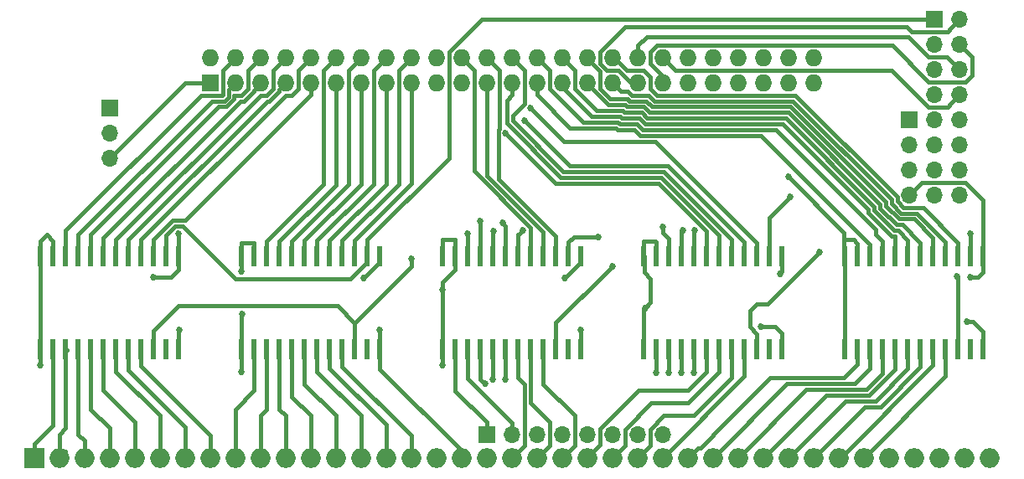
<source format=gtl>
G04 #@! TF.FileFunction,Copper,L1,Top,Signal*
%FSLAX46Y46*%
G04 Gerber Fmt 4.6, Leading zero omitted, Abs format (unit mm)*
G04 Created by KiCad (PCBNEW 4.0.7) date Wed Feb  7 00:44:32 2018*
%MOMM*%
%LPD*%
G01*
G04 APERTURE LIST*
%ADD10C,0.100000*%
%ADD11R,0.600000X2.000000*%
%ADD12R,2.000000X2.000000*%
%ADD13O,2.000000X2.000000*%
%ADD14R,1.700000X1.700000*%
%ADD15O,1.700000X1.700000*%
%ADD16R,1.727200X1.727200*%
%ADD17O,1.727200X1.727200*%
%ADD18C,0.685800*%
%ADD19C,0.381000*%
G04 APERTURE END LIST*
D10*
D11*
X158115000Y-142620000D03*
X156845000Y-142620000D03*
X155575000Y-142620000D03*
X154305000Y-142620000D03*
X153035000Y-142620000D03*
X151765000Y-142620000D03*
X150495000Y-142620000D03*
X149225000Y-142620000D03*
X147955000Y-142620000D03*
X146685000Y-142620000D03*
X145415000Y-142620000D03*
X144145000Y-142620000D03*
X144145000Y-152020000D03*
X145415000Y-152020000D03*
X146685000Y-152020000D03*
X147955000Y-152020000D03*
X149225000Y-152020000D03*
X150495000Y-152020000D03*
X151765000Y-152020000D03*
X153035000Y-152020000D03*
X154305000Y-152020000D03*
X155575000Y-152020000D03*
X156845000Y-152020000D03*
X158115000Y-152020000D03*
X97155000Y-142620000D03*
X95885000Y-142620000D03*
X94615000Y-142620000D03*
X93345000Y-142620000D03*
X92075000Y-142620000D03*
X90805000Y-142620000D03*
X89535000Y-142620000D03*
X88265000Y-142620000D03*
X86995000Y-142620000D03*
X85725000Y-142620000D03*
X84455000Y-142620000D03*
X83185000Y-142620000D03*
X83185000Y-152020000D03*
X84455000Y-152020000D03*
X85725000Y-152020000D03*
X86995000Y-152020000D03*
X88265000Y-152020000D03*
X89535000Y-152020000D03*
X90805000Y-152020000D03*
X92075000Y-152020000D03*
X93345000Y-152020000D03*
X94615000Y-152020000D03*
X95885000Y-152020000D03*
X97155000Y-152020000D03*
X137795000Y-142620000D03*
X136525000Y-142620000D03*
X135255000Y-142620000D03*
X133985000Y-142620000D03*
X132715000Y-142620000D03*
X131445000Y-142620000D03*
X130175000Y-142620000D03*
X128905000Y-142620000D03*
X127635000Y-142620000D03*
X126365000Y-142620000D03*
X125095000Y-142620000D03*
X123825000Y-142620000D03*
X123825000Y-152020000D03*
X125095000Y-152020000D03*
X126365000Y-152020000D03*
X127635000Y-152020000D03*
X128905000Y-152020000D03*
X130175000Y-152020000D03*
X131445000Y-152020000D03*
X132715000Y-152020000D03*
X133985000Y-152020000D03*
X135255000Y-152020000D03*
X136525000Y-152020000D03*
X137795000Y-152020000D03*
X117475000Y-142620000D03*
X116205000Y-142620000D03*
X114935000Y-142620000D03*
X113665000Y-142620000D03*
X112395000Y-142620000D03*
X111125000Y-142620000D03*
X109855000Y-142620000D03*
X108585000Y-142620000D03*
X107315000Y-142620000D03*
X106045000Y-142620000D03*
X104775000Y-142620000D03*
X103505000Y-142620000D03*
X103505000Y-152020000D03*
X104775000Y-152020000D03*
X106045000Y-152020000D03*
X107315000Y-152020000D03*
X108585000Y-152020000D03*
X109855000Y-152020000D03*
X111125000Y-152020000D03*
X112395000Y-152020000D03*
X113665000Y-152020000D03*
X114935000Y-152020000D03*
X116205000Y-152020000D03*
X117475000Y-152020000D03*
D12*
X62230000Y-163000000D03*
D13*
X64770000Y-163000000D03*
X67310000Y-163000000D03*
X69850000Y-163000000D03*
X72390000Y-163000000D03*
X74930000Y-163000000D03*
X77470000Y-163000000D03*
X80010000Y-163000000D03*
X82550000Y-163000000D03*
X85090000Y-163000000D03*
X87630000Y-163000000D03*
X90170000Y-163000000D03*
X92710000Y-163000000D03*
X95250000Y-163000000D03*
X97790000Y-163000000D03*
X100330000Y-163000000D03*
X102870000Y-163000000D03*
X105410000Y-163000000D03*
X107950000Y-163000000D03*
X110490000Y-163000000D03*
X113030000Y-163000000D03*
X115570000Y-163000000D03*
X118110000Y-163000000D03*
X120650000Y-163000000D03*
X123190000Y-163000000D03*
X125730000Y-163000000D03*
X128270000Y-163000000D03*
X130810000Y-163000000D03*
X133350000Y-163000000D03*
X135890000Y-163000000D03*
X138430000Y-163000000D03*
X140970000Y-163000000D03*
X143510000Y-163000000D03*
X146050000Y-163000000D03*
X148590000Y-163000000D03*
X151130000Y-163000000D03*
X153670000Y-163000000D03*
X156210000Y-163000000D03*
X158750000Y-163000000D03*
D11*
X76835000Y-142620000D03*
X75565000Y-142620000D03*
X74295000Y-142620000D03*
X73025000Y-142620000D03*
X71755000Y-142620000D03*
X70485000Y-142620000D03*
X69215000Y-142620000D03*
X67945000Y-142620000D03*
X66675000Y-142620000D03*
X65405000Y-142620000D03*
X64135000Y-142620000D03*
X62865000Y-142620000D03*
X62865000Y-152020000D03*
X64135000Y-152020000D03*
X65405000Y-152020000D03*
X66675000Y-152020000D03*
X67945000Y-152020000D03*
X69215000Y-152020000D03*
X70485000Y-152020000D03*
X71755000Y-152020000D03*
X73025000Y-152020000D03*
X74295000Y-152020000D03*
X75565000Y-152020000D03*
X76835000Y-152020000D03*
D14*
X69850000Y-127635000D03*
D15*
X69850000Y-130175000D03*
X69850000Y-132715000D03*
D14*
X150657997Y-128838609D03*
D15*
X150657997Y-131378609D03*
X150657997Y-133918609D03*
X150657997Y-136458609D03*
D14*
X153197997Y-118678609D03*
D15*
X155737997Y-118678609D03*
X153197997Y-121218609D03*
X155737997Y-121218609D03*
X153197997Y-123758609D03*
X155737997Y-123758609D03*
X153197997Y-126298609D03*
X155737997Y-126298609D03*
X153197997Y-128838609D03*
X155737997Y-128838609D03*
X153197997Y-131378609D03*
X155737997Y-131378609D03*
X153197997Y-133918609D03*
X155737997Y-133918609D03*
X153197997Y-136458609D03*
X155737997Y-136458609D03*
D14*
X107950000Y-160655000D03*
D15*
X110490000Y-160655000D03*
X113030000Y-160655000D03*
X115570000Y-160655000D03*
X118110000Y-160655000D03*
X120650000Y-160655000D03*
X123190000Y-160655000D03*
X125730000Y-160655000D03*
D16*
X80010000Y-125095000D03*
D17*
X80010000Y-122555000D03*
X82550000Y-125095000D03*
X82550000Y-122555000D03*
X85090000Y-125095000D03*
X85090000Y-122555000D03*
X87630000Y-125095000D03*
X87630000Y-122555000D03*
X90170000Y-125095000D03*
X90170000Y-122555000D03*
X92710000Y-125095000D03*
X92710000Y-122555000D03*
X95250000Y-125095000D03*
X95250000Y-122555000D03*
X97790000Y-125095000D03*
X97790000Y-122555000D03*
X100330000Y-125095000D03*
X100330000Y-122555000D03*
X102870000Y-125095000D03*
X102870000Y-122555000D03*
X105410000Y-125095000D03*
X105410000Y-122555000D03*
X107950000Y-125095000D03*
X107950000Y-122555000D03*
X110490000Y-125095000D03*
X110490000Y-122555000D03*
X113030000Y-125095000D03*
X113030000Y-122555000D03*
X115570000Y-125095000D03*
X115570000Y-122555000D03*
X118110000Y-125095000D03*
X118110000Y-122555000D03*
X120650000Y-125095000D03*
X120650000Y-122555000D03*
X123190000Y-125095000D03*
X123190000Y-122555000D03*
X125730000Y-125095000D03*
X125730000Y-122555000D03*
X128270000Y-125095000D03*
X128270000Y-122555000D03*
X130810000Y-125095000D03*
X130810000Y-122555000D03*
X133350000Y-125095000D03*
X133350000Y-122555000D03*
X135890000Y-125095000D03*
X135890000Y-122555000D03*
X138430000Y-125095000D03*
X138430000Y-122555000D03*
X140970000Y-125095000D03*
X140970000Y-122555000D03*
D18*
X83219081Y-148472037D03*
X138430000Y-134620000D03*
X123939647Y-147845813D03*
X103505000Y-153670000D03*
X62865000Y-153670000D03*
X83185000Y-154305000D03*
X83185000Y-144145000D03*
X103505000Y-146050000D03*
X128835302Y-154434987D03*
X112395000Y-127635000D03*
X111760000Y-128905000D03*
X109855000Y-130175000D03*
X156845000Y-140335000D03*
X115845501Y-144875499D03*
X95525501Y-144875499D03*
X156828344Y-144755436D03*
X76835000Y-140335000D03*
X137580938Y-144389281D03*
X74295000Y-144780000D03*
X100330000Y-142875000D03*
X138591926Y-136642905D03*
X141605000Y-142240000D03*
X155432853Y-144637853D03*
X156454000Y-149225000D03*
X76878093Y-150108700D03*
X97114109Y-150077423D03*
X117412678Y-150077423D03*
X135614499Y-149744501D03*
X119221745Y-140644294D03*
X120650000Y-143608412D03*
X128974517Y-139969567D03*
X127808564Y-139969567D03*
X125730000Y-139700000D03*
X111589157Y-139977597D03*
X109535728Y-139280447D03*
X108597742Y-140079001D03*
X107315000Y-139065000D03*
X106045000Y-140335000D03*
X127635000Y-154403410D03*
X126365000Y-154403410D03*
X125095000Y-154403410D03*
X109855000Y-155053174D03*
X108585000Y-155053174D03*
X107799564Y-155537738D03*
D19*
X83185000Y-148506118D02*
X83219081Y-148472037D01*
X83185000Y-152020000D02*
X83185000Y-148506118D01*
X144145000Y-147466397D02*
X144145000Y-150495000D01*
X62865000Y-142620000D02*
X62865000Y-141087554D01*
X62865000Y-141087554D02*
X63497730Y-140454824D01*
X63497730Y-140454824D02*
X64135000Y-141092094D01*
X64135000Y-141092094D02*
X64135000Y-142620000D01*
X144037474Y-140970000D02*
X144037474Y-140227474D01*
X144037474Y-140227474D02*
X138430000Y-134620000D01*
X145034000Y-140970000D02*
X144037474Y-140970000D01*
X144037474Y-140970000D02*
X144037474Y-142512474D01*
X144037474Y-142512474D02*
X144145000Y-142620000D01*
X123825000Y-142620000D02*
X123852132Y-142647132D01*
X123852132Y-142647132D02*
X123852132Y-144261272D01*
X123852132Y-144261272D02*
X124506000Y-144915140D01*
X124506000Y-144915140D02*
X124506000Y-147279460D01*
X124506000Y-147279460D02*
X123939647Y-147845813D01*
X84440000Y-141239000D02*
X84455000Y-141254000D01*
X84455000Y-141254000D02*
X84455000Y-142620000D01*
X83185000Y-141239000D02*
X84440000Y-141239000D01*
X83185000Y-142620000D02*
X83185000Y-141239000D01*
X124968001Y-141097000D02*
X125095000Y-141223999D01*
X125095000Y-141223999D02*
X125095000Y-142620000D01*
X123825000Y-141097000D02*
X124968001Y-141097000D01*
X123825000Y-142620000D02*
X123825000Y-141097000D01*
X104775000Y-142620000D02*
X104775000Y-140970000D01*
X104775000Y-140970000D02*
X103505000Y-140970000D01*
X103505000Y-140970000D02*
X103505000Y-142620000D01*
X145034000Y-140970000D02*
X145415000Y-141351000D01*
X145415000Y-141351000D02*
X145415000Y-142620000D01*
X123825000Y-152020000D02*
X123825000Y-147960460D01*
X123825000Y-147960460D02*
X123939647Y-147845813D01*
X103505000Y-153670000D02*
X103505000Y-152020000D01*
X62865000Y-153670000D02*
X62865000Y-152020000D01*
X83185000Y-154305000D02*
X83185000Y-152020000D01*
X83185000Y-142620000D02*
X83185000Y-144145000D01*
X103505000Y-145271000D02*
X103505000Y-146050000D01*
X103505000Y-146050000D02*
X103505000Y-152020000D01*
X144145000Y-147466397D02*
X144118976Y-147492421D01*
X144145000Y-142620000D02*
X144145000Y-147466397D01*
X144145000Y-152020000D02*
X144145000Y-150495000D01*
X144145000Y-152020000D02*
X144145000Y-151210509D01*
X104775000Y-142620000D02*
X104775000Y-144001000D01*
X104775000Y-144001000D02*
X103505000Y-145271000D01*
X62865000Y-142620000D02*
X62865000Y-152020000D01*
X62230000Y-163000000D02*
X62230000Y-161619000D01*
X62230000Y-161619000D02*
X64135000Y-159714000D01*
X64135000Y-159714000D02*
X64135000Y-152020000D01*
X65405000Y-160020000D02*
X64770000Y-160655000D01*
X64770000Y-160655000D02*
X64770000Y-163000000D01*
X65405000Y-152020000D02*
X65405000Y-160020000D01*
X65405000Y-162365000D02*
X64770000Y-163000000D01*
X65539999Y-152154999D02*
X65405000Y-152020000D01*
X132109499Y-159424559D02*
X136594058Y-154940000D01*
X136594058Y-154940000D02*
X144007441Y-154940000D01*
X144007441Y-154940000D02*
X145415000Y-153532441D01*
X145415000Y-153532441D02*
X145415000Y-152020000D01*
X128270000Y-163000000D02*
X129269999Y-162000001D01*
X129269999Y-162000001D02*
X129514574Y-162000001D01*
X129514574Y-162000001D02*
X132090016Y-159424559D01*
X132090016Y-159424559D02*
X132109499Y-159424559D01*
X130810000Y-163000000D02*
X138288989Y-155521011D01*
X138288989Y-155521011D02*
X145116424Y-155521011D01*
X145116424Y-155521011D02*
X146685000Y-153952435D01*
X146685000Y-153952435D02*
X146685000Y-153765114D01*
X146685000Y-153765114D02*
X146685000Y-152020000D01*
X147955000Y-154480020D02*
X147955000Y-153401000D01*
X147955000Y-153401000D02*
X147955000Y-152020000D01*
X146332998Y-156102022D02*
X147955000Y-154480020D01*
X140247978Y-156102022D02*
X146332998Y-156102022D01*
X133350000Y-163000000D02*
X140247978Y-156102022D01*
X135890000Y-163000000D02*
X142206967Y-156683033D01*
X146573660Y-156683033D02*
X149225000Y-154031693D01*
X149225000Y-154031693D02*
X149225000Y-153401000D01*
X149225000Y-153401000D02*
X149225000Y-152020000D01*
X142206967Y-156683033D02*
X146573660Y-156683033D01*
X138430000Y-163000000D02*
X144165956Y-157264044D01*
X150495000Y-153998476D02*
X150495000Y-153401000D01*
X144165956Y-157264044D02*
X147229432Y-157264044D01*
X147229432Y-157264044D02*
X150495000Y-153998476D01*
X150495000Y-153401000D02*
X150495000Y-152020000D01*
X138200000Y-163000000D02*
X138621064Y-163000000D01*
X140970000Y-163000000D02*
X146124945Y-157845055D01*
X146124945Y-157845055D02*
X147767149Y-157845055D01*
X147767149Y-157845055D02*
X151765000Y-153847204D01*
X151765000Y-153847204D02*
X151765000Y-152020000D01*
X143510000Y-163000000D02*
X143683327Y-163000000D01*
X143683327Y-163000000D02*
X153035000Y-153648327D01*
X153035000Y-153648327D02*
X153035000Y-152020000D01*
X143510000Y-163000000D02*
X144206987Y-163000000D01*
X143280000Y-163000000D02*
X143682138Y-163000000D01*
X146050000Y-163000000D02*
X154305000Y-154745000D01*
X154305000Y-154745000D02*
X154305000Y-152020000D01*
X146050000Y-163000000D02*
X146532058Y-163000000D01*
X145820000Y-163000000D02*
X146222138Y-163000000D01*
X92075000Y-152020000D02*
X92075000Y-153978914D01*
X92075000Y-153978914D02*
X97790000Y-159693914D01*
X97790000Y-159693914D02*
X97790000Y-163000000D01*
X88265000Y-156845000D02*
X90170000Y-158750000D01*
X90170000Y-158750000D02*
X90170000Y-163000000D01*
X88265000Y-152020000D02*
X88265000Y-156845000D01*
X89535000Y-155575000D02*
X92710000Y-158750000D01*
X92710000Y-158750000D02*
X92710000Y-163000000D01*
X89535000Y-152020000D02*
X89535000Y-155575000D01*
X90805000Y-154305000D02*
X95250000Y-158750000D01*
X95250000Y-158750000D02*
X95250000Y-163000000D01*
X90805000Y-152020000D02*
X90805000Y-154305000D01*
X86995000Y-158115000D02*
X87630000Y-158750000D01*
X87630000Y-158750000D02*
X87630000Y-163000000D01*
X86995000Y-152020000D02*
X86995000Y-158115000D01*
X85725000Y-158115000D02*
X85090000Y-158750000D01*
X85090000Y-158750000D02*
X85090000Y-163000000D01*
X85725000Y-152020000D02*
X85725000Y-158115000D01*
X84455000Y-156210000D02*
X82550000Y-158115000D01*
X82550000Y-158115000D02*
X82550000Y-163000000D01*
X84455000Y-152020000D02*
X84455000Y-156210000D01*
X133985000Y-154745000D02*
X133985000Y-152020000D01*
X125730000Y-163000000D02*
X133985000Y-154745000D01*
X133985000Y-152720000D02*
X133985000Y-152020000D01*
X125500000Y-163000000D02*
X125974477Y-163000000D01*
X123190000Y-163000000D02*
X124430501Y-161759499D01*
X124430501Y-161759499D02*
X124430501Y-160118557D01*
X124430501Y-160118557D02*
X125799058Y-158750000D01*
X125799058Y-158750000D02*
X128905000Y-158750000D01*
X128905000Y-158750000D02*
X132715000Y-154940000D01*
X132715000Y-154940000D02*
X132715000Y-152020000D01*
X132715000Y-152720000D02*
X132715000Y-152020000D01*
X128270000Y-157480000D02*
X131445000Y-154305000D01*
X131445000Y-154305000D02*
X131445000Y-152020000D01*
X124529058Y-157480000D02*
X128270000Y-157480000D01*
X120650000Y-163000000D02*
X121890501Y-161759499D01*
X121890501Y-161759499D02*
X121890501Y-160118557D01*
X121890501Y-160118557D02*
X124529058Y-157480000D01*
X131445000Y-152720000D02*
X131445000Y-152020000D01*
X66675000Y-160655000D02*
X67310000Y-161290000D01*
X67310000Y-161290000D02*
X67310000Y-163000000D01*
X66675000Y-152020000D02*
X66675000Y-160655000D01*
X67945000Y-158115000D02*
X69850000Y-160020000D01*
X69850000Y-160020000D02*
X69850000Y-163000000D01*
X67945000Y-152020000D02*
X67945000Y-158115000D01*
X69215000Y-156210000D02*
X72390000Y-159385000D01*
X72390000Y-159385000D02*
X72390000Y-163000000D01*
X69215000Y-152020000D02*
X69215000Y-156210000D01*
X70485000Y-154305000D02*
X74930000Y-158750000D01*
X74930000Y-158750000D02*
X74930000Y-163000000D01*
X70485000Y-152020000D02*
X70485000Y-154305000D01*
X71755000Y-152020000D02*
X71755000Y-154176025D01*
X71755000Y-154176025D02*
X77470000Y-159891025D01*
X77470000Y-159891025D02*
X77470000Y-163000000D01*
X73025000Y-152020000D02*
X73025000Y-153756742D01*
X73025000Y-153756742D02*
X80010000Y-160741742D01*
X80010000Y-160741742D02*
X80010000Y-163000000D01*
X93345000Y-152020000D02*
X93345000Y-153774631D01*
X93345000Y-153774631D02*
X100330000Y-160759631D01*
X100330000Y-160759631D02*
X100330000Y-163000000D01*
X128905000Y-154365289D02*
X128835302Y-154434987D01*
X128905000Y-152020000D02*
X128905000Y-154365289D01*
X128270000Y-156210000D02*
X130175000Y-154305000D01*
X130175000Y-154305000D02*
X130175000Y-152020000D01*
X123259058Y-156210000D02*
X128270000Y-156210000D01*
X118110000Y-163000000D02*
X119409499Y-161700501D01*
X119409499Y-161700501D02*
X119409499Y-160059559D01*
X119409499Y-160059559D02*
X123259058Y-156210000D01*
X95885000Y-142620000D02*
X95885000Y-140960717D01*
X95885000Y-140960717D02*
X104155899Y-132689818D01*
X104155899Y-132689818D02*
X104155899Y-121953031D01*
X104155899Y-121953031D02*
X107430321Y-118678609D01*
X107430321Y-118678609D02*
X151966997Y-118678609D01*
X151966997Y-118678609D02*
X153197997Y-118678609D01*
X95885000Y-143205887D02*
X94158485Y-144932402D01*
X77187034Y-139601598D02*
X76482966Y-139601598D01*
X82517838Y-144932402D02*
X77187034Y-139601598D01*
X75565000Y-140519564D02*
X75565000Y-141239000D01*
X76482966Y-139601598D02*
X75565000Y-140519564D01*
X75565000Y-141239000D02*
X75565000Y-142620000D01*
X95885000Y-142620000D02*
X95885000Y-143205887D01*
X94158485Y-144932402D02*
X82517838Y-144932402D01*
X95885000Y-141755067D02*
X95885000Y-142620000D01*
X74295000Y-140967891D02*
X76242304Y-139020587D01*
X74295000Y-142620000D02*
X74295000Y-140967891D01*
X76242304Y-139020587D02*
X77465727Y-139020587D01*
X90170000Y-126316314D02*
X90170000Y-125095000D01*
X77465727Y-139020587D02*
X90170000Y-126316314D01*
X73025000Y-142620000D02*
X73025000Y-140969324D01*
X73025000Y-140969324D02*
X87645223Y-126349101D01*
X88915899Y-125078425D02*
X88915899Y-123809101D01*
X88915899Y-123809101D02*
X89306401Y-123418599D01*
X87645223Y-126349101D02*
X88231969Y-126349101D01*
X88231969Y-126349101D02*
X88884101Y-125696969D01*
X88884101Y-125696969D02*
X88884101Y-125110223D01*
X88884101Y-125110223D02*
X88915899Y-125078425D01*
X89306401Y-123418599D02*
X90170000Y-122555000D01*
X71755000Y-142620000D02*
X71755000Y-140933969D01*
X87593969Y-125095000D02*
X87630000Y-125095000D01*
X71755000Y-140933969D02*
X85758857Y-126930112D01*
X85758857Y-126930112D02*
X85932631Y-126930112D01*
X85932631Y-126930112D02*
X86925112Y-125937631D01*
X86925112Y-125937631D02*
X86925112Y-125763857D01*
X86925112Y-125763857D02*
X87593969Y-125095000D01*
X70485000Y-142620000D02*
X70485000Y-140981292D01*
X70485000Y-140981292D02*
X85117191Y-126349101D01*
X86344101Y-125696969D02*
X86344101Y-123840899D01*
X86344101Y-123840899D02*
X86766401Y-123418599D01*
X86766401Y-123418599D02*
X87630000Y-122555000D01*
X85117191Y-126349101D02*
X85691969Y-126349101D01*
X85691969Y-126349101D02*
X86344101Y-125696969D01*
X69215000Y-142620000D02*
X69215000Y-140786612D01*
X83071500Y-126930112D02*
X83392631Y-126930112D01*
X83392631Y-126930112D02*
X84385112Y-125937631D01*
X84385112Y-125937631D02*
X84385112Y-125846718D01*
X84385112Y-125846718D02*
X85090000Y-125141830D01*
X69215000Y-140786612D02*
X83071500Y-126930112D01*
X85090000Y-125141830D02*
X85090000Y-125095000D01*
X83804101Y-125696969D02*
X83804101Y-123840899D01*
X82426123Y-126752325D02*
X82426123Y-126349101D01*
X81667325Y-127511123D02*
X82426123Y-126752325D01*
X67945000Y-142620000D02*
X67945000Y-140466061D01*
X84226401Y-123418599D02*
X85090000Y-122555000D01*
X80899938Y-127511123D02*
X81667325Y-127511123D01*
X67945000Y-140466061D02*
X80899938Y-127511123D01*
X82426123Y-126349101D02*
X83151969Y-126349101D01*
X83151969Y-126349101D02*
X83804101Y-125696969D01*
X83804101Y-123840899D02*
X84226401Y-123418599D01*
X81845112Y-126511663D02*
X81845112Y-125799888D01*
X81426663Y-126930112D02*
X81845112Y-126511663D01*
X80178677Y-126930112D02*
X81426663Y-126930112D01*
X66675000Y-142620000D02*
X66675000Y-140433789D01*
X81845112Y-125799888D02*
X82550000Y-125095000D01*
X66675000Y-140433789D02*
X80178677Y-126930112D01*
X65405000Y-142620000D02*
X65405000Y-139996599D01*
X65405000Y-139996599D02*
X79052498Y-126349101D01*
X79052498Y-126349101D02*
X81186001Y-126349101D01*
X81186001Y-126349101D02*
X81264101Y-126271001D01*
X81264101Y-126271001D02*
X81264101Y-123840899D01*
X81264101Y-123840899D02*
X81686401Y-123418599D01*
X81686401Y-123418599D02*
X82550000Y-122555000D01*
X94615000Y-142620000D02*
X94615000Y-140986791D01*
X94615000Y-140986791D02*
X100330000Y-135271791D01*
X100330000Y-135271791D02*
X100330000Y-126316314D01*
X100330000Y-126316314D02*
X100330000Y-125095000D01*
X93345000Y-142620000D02*
X93345000Y-141058936D01*
X93345000Y-141058936D02*
X99075899Y-135328037D01*
X99075899Y-135328037D02*
X99075899Y-123809101D01*
X99075899Y-123809101D02*
X99466401Y-123418599D01*
X99466401Y-123418599D02*
X100330000Y-122555000D01*
X92075000Y-142620000D02*
X92075000Y-141038938D01*
X92075000Y-141038938D02*
X97790000Y-135323938D01*
X97790000Y-135323938D02*
X97790000Y-126316314D01*
X97790000Y-126316314D02*
X97790000Y-125095000D01*
X90805000Y-142620000D02*
X90805000Y-141065011D01*
X90805000Y-141065011D02*
X96535899Y-135334112D01*
X96535899Y-135334112D02*
X96535899Y-123809101D01*
X96535899Y-123809101D02*
X96926401Y-123418599D01*
X96926401Y-123418599D02*
X97790000Y-122555000D01*
X89535000Y-142620000D02*
X89535000Y-141060369D01*
X95250000Y-135345369D02*
X95250000Y-126316314D01*
X89535000Y-141060369D02*
X95250000Y-135345369D01*
X95250000Y-126316314D02*
X95250000Y-125095000D01*
X88265000Y-142620000D02*
X88265000Y-141071086D01*
X88265000Y-141071086D02*
X93995899Y-135340187D01*
X93995899Y-135340187D02*
X93995899Y-123809101D01*
X93995899Y-123809101D02*
X94386401Y-123418599D01*
X94386401Y-123418599D02*
X95250000Y-122555000D01*
X86995000Y-142620000D02*
X86995000Y-141127874D01*
X86995000Y-141127874D02*
X92710000Y-135412874D01*
X92710000Y-135412874D02*
X92710000Y-126316314D01*
X92710000Y-126316314D02*
X92710000Y-125095000D01*
X85725000Y-142620000D02*
X85725000Y-141092518D01*
X85725000Y-141092518D02*
X91455899Y-135361619D01*
X91455899Y-135361619D02*
X91455899Y-123809101D01*
X91455899Y-123809101D02*
X91846401Y-123418599D01*
X91846401Y-123418599D02*
X92710000Y-122555000D01*
X112737899Y-127977899D02*
X112395000Y-127635000D01*
X115757189Y-130997189D02*
X112737899Y-127977899D01*
X135255000Y-141239000D02*
X125013189Y-130997189D01*
X135255000Y-142620000D02*
X135255000Y-141239000D01*
X125013189Y-130997189D02*
X115757189Y-130997189D01*
X133985000Y-142620000D02*
X133985000Y-141217571D01*
X133985000Y-141217571D02*
X126279396Y-133511967D01*
X126279396Y-133511967D02*
X116366967Y-133511967D01*
X116366967Y-133511967D02*
X112102899Y-129247899D01*
X112102899Y-129247899D02*
X111760000Y-128905000D01*
X132715000Y-141239000D02*
X132715000Y-142620000D01*
X115680087Y-134092978D02*
X125826710Y-134092978D01*
X110543989Y-128956880D02*
X115680087Y-134092978D01*
X110490000Y-122555000D02*
X111758945Y-123823945D01*
X110543989Y-128400575D02*
X110543989Y-128956880D01*
X132715000Y-140981268D02*
X132715000Y-141239000D01*
X125826710Y-134092978D02*
X132715000Y-140981268D01*
X111758945Y-123823945D02*
X111758945Y-127185619D01*
X111758945Y-127185619D02*
X110543989Y-128400575D01*
X125586048Y-134673989D02*
X131445000Y-140532941D01*
X131445000Y-141239000D02*
X131445000Y-142620000D01*
X109962978Y-129197542D02*
X115439425Y-134673989D01*
X110490000Y-126316314D02*
X109962978Y-126843336D01*
X110490000Y-125095000D02*
X110490000Y-126316314D01*
X115439425Y-134673989D02*
X125586048Y-134673989D01*
X109962978Y-126843336D02*
X109962978Y-129197542D01*
X131445000Y-140532941D02*
X131445000Y-141239000D01*
X114935000Y-141239000D02*
X114935000Y-142620000D01*
X114935000Y-140632687D02*
X114935000Y-141239000D01*
X109121598Y-129822966D02*
X109121598Y-134819285D01*
X109204101Y-123809101D02*
X109204101Y-129740463D01*
X109204101Y-129740463D02*
X109121598Y-129822966D01*
X107950000Y-122555000D02*
X109204101Y-123809101D01*
X109121598Y-134819285D02*
X114935000Y-140632687D01*
X113665000Y-140184360D02*
X113665000Y-141239000D01*
X113665000Y-141239000D02*
X113665000Y-142620000D01*
X107950000Y-125095000D02*
X107950000Y-134469360D01*
X107950000Y-134469360D02*
X113665000Y-140184360D01*
X110197899Y-130517899D02*
X109855000Y-130175000D01*
X114935000Y-135255000D02*
X110197899Y-130517899D01*
X125345386Y-135255000D02*
X114935000Y-135255000D01*
X130175000Y-142620000D02*
X130175000Y-140084614D01*
X130175000Y-140084614D02*
X125345386Y-135255000D01*
X156845000Y-140335000D02*
X156845000Y-142620000D01*
X156845000Y-142620000D02*
X156845000Y-141920000D01*
X149417496Y-137054050D02*
X150062556Y-137699110D01*
X139127402Y-126349101D02*
X149417496Y-136639195D01*
X120650000Y-122555000D02*
X120787742Y-122555000D01*
X152035110Y-137699110D02*
X155575000Y-141239000D01*
X123791969Y-123840899D02*
X124475899Y-124524829D01*
X155575000Y-141239000D02*
X155575000Y-142620000D01*
X124475899Y-124524829D02*
X124475899Y-125696969D01*
X122073641Y-123840899D02*
X123791969Y-123840899D01*
X120787742Y-122555000D02*
X122073641Y-123840899D01*
X149417496Y-136639195D02*
X149417496Y-137054050D01*
X125128031Y-126349101D02*
X139127402Y-126349101D01*
X150062556Y-137699110D02*
X152035110Y-137699110D01*
X124475899Y-125696969D02*
X125128031Y-126349101D01*
X124306358Y-126349101D02*
X124887369Y-126930112D01*
X138886740Y-126930112D02*
X148836485Y-136879857D01*
X121513599Y-125958599D02*
X122197529Y-125958599D01*
X154305000Y-141239000D02*
X154305000Y-142620000D01*
X151368548Y-138280121D02*
X154305000Y-141216573D01*
X148836485Y-136879857D02*
X148836485Y-137294712D01*
X148836485Y-137294712D02*
X149821894Y-138280121D01*
X124887369Y-126930112D02*
X138886740Y-126930112D01*
X149821894Y-138280121D02*
X151368548Y-138280121D01*
X154305000Y-141216573D02*
X154305000Y-141239000D01*
X122197529Y-125958599D02*
X122588031Y-126349101D01*
X122588031Y-126349101D02*
X124306358Y-126349101D01*
X120650000Y-125095000D02*
X121513599Y-125958599D01*
X153035000Y-141239000D02*
X153035000Y-142620000D01*
X124065702Y-126930117D02*
X124646707Y-127511123D01*
X153035000Y-140768246D02*
X153035000Y-141239000D01*
X122160180Y-126742923D02*
X122347369Y-126930112D01*
X151127886Y-138861132D02*
X153035000Y-140768246D01*
X148255474Y-137535374D02*
X149581232Y-138861132D01*
X138646078Y-127511123D02*
X148255474Y-137120519D01*
X118110000Y-122555000D02*
X118110000Y-122692742D01*
X124646707Y-127511123D02*
X138646078Y-127511123D01*
X120441853Y-126742923D02*
X122160180Y-126742923D01*
X119364101Y-123946843D02*
X119364101Y-125665171D01*
X118110000Y-122692742D02*
X119364101Y-123946843D01*
X149581232Y-138861132D02*
X151127886Y-138861132D01*
X122347369Y-126930112D02*
X124065702Y-126930117D01*
X119364101Y-125665171D02*
X120441853Y-126742923D01*
X148255474Y-137120519D02*
X148255474Y-137535374D01*
X123825038Y-127511126D02*
X124406045Y-128092134D01*
X138405413Y-128092134D02*
X147674463Y-137361184D01*
X151765000Y-141239000D02*
X151765000Y-142620000D01*
X147674463Y-137776036D02*
X149340570Y-139442143D01*
X147674463Y-137361184D02*
X147674463Y-137776036D01*
X118110000Y-125232743D02*
X120201191Y-127323934D01*
X118110000Y-125095000D02*
X118110000Y-125232743D01*
X121919518Y-127323934D02*
X122106707Y-127511123D01*
X149968143Y-139442143D02*
X151765000Y-141239000D01*
X120201191Y-127323934D02*
X121919518Y-127323934D01*
X124406045Y-128092134D02*
X138405413Y-128092134D01*
X122106707Y-127511123D02*
X123825038Y-127511126D01*
X149340570Y-139442143D02*
X149968143Y-139442143D01*
X150495000Y-141239000D02*
X150495000Y-142620000D01*
X149099908Y-140023154D02*
X149514763Y-140023154D01*
X147093452Y-138016698D02*
X149099908Y-140023154D01*
X147093452Y-137601846D02*
X147093452Y-138016698D01*
X116824101Y-125665171D02*
X119063875Y-127904945D01*
X124165383Y-128673145D02*
X138164751Y-128673145D01*
X150495000Y-141003391D02*
X150495000Y-141239000D01*
X123584375Y-128092136D02*
X124165383Y-128673145D01*
X121866045Y-128092134D02*
X123584375Y-128092136D01*
X116824101Y-123809101D02*
X116824101Y-125665171D01*
X149514763Y-140023154D02*
X150495000Y-141003391D01*
X115570000Y-122555000D02*
X116824101Y-123809101D01*
X138164751Y-128673145D02*
X147093452Y-137601846D01*
X121678856Y-127904945D02*
X121866045Y-128092134D01*
X119063875Y-127904945D02*
X121678856Y-127904945D01*
X118512629Y-128485956D02*
X121438194Y-128485956D01*
X123924721Y-129254156D02*
X137877177Y-129254156D01*
X115570000Y-125543327D02*
X118512629Y-128485956D01*
X123343712Y-128673146D02*
X123924721Y-129254156D01*
X148859246Y-140604165D02*
X149225000Y-140604165D01*
X115570000Y-125095000D02*
X115570000Y-125543327D01*
X121438194Y-128485956D02*
X121625383Y-128673145D01*
X121625383Y-128673145D02*
X123343712Y-128673146D01*
X137877177Y-129254156D02*
X146512441Y-137889420D01*
X146512441Y-137889420D02*
X146512441Y-138257360D01*
X146512441Y-138257360D02*
X148859246Y-140604165D01*
X149225000Y-140604165D02*
X149225000Y-142620000D01*
X113030000Y-122555000D02*
X114284101Y-123809101D01*
X137144567Y-129835167D02*
X147274000Y-139964600D01*
X147274000Y-139964600D02*
X147274000Y-140402474D01*
X114284101Y-123809101D02*
X114284101Y-125665171D01*
X114284101Y-125665171D02*
X117685897Y-129066967D01*
X117685897Y-129066967D02*
X121197532Y-129066967D01*
X121384721Y-129254156D02*
X123103049Y-129254156D01*
X123103049Y-129254156D02*
X123684059Y-129835167D01*
X121197532Y-129066967D02*
X121384721Y-129254156D01*
X123684059Y-129835167D02*
X137144567Y-129835167D01*
X147274000Y-140402474D02*
X147955000Y-141083474D01*
X147955000Y-141083474D02*
X147955000Y-142620000D01*
X113030000Y-125095000D02*
X113030000Y-126316314D01*
X113030000Y-126316314D02*
X116361664Y-129647978D01*
X116361664Y-129647978D02*
X120956870Y-129647978D01*
X120956870Y-129647978D02*
X121144059Y-129835167D01*
X121144059Y-129835167D02*
X122862387Y-129835167D01*
X122862387Y-129835167D02*
X123443397Y-130416178D01*
X123443397Y-130416178D02*
X135644035Y-130416178D01*
X135644035Y-130416178D02*
X146685000Y-141457143D01*
X146685000Y-141457143D02*
X146685000Y-142620000D01*
X117475000Y-142620000D02*
X117475000Y-143246000D01*
X117475000Y-143246000D02*
X115845501Y-144875499D01*
X97155000Y-142620000D02*
X97155000Y-143246000D01*
X97155000Y-143246000D02*
X95525501Y-144875499D01*
X97155000Y-142620000D02*
X97155000Y-143320000D01*
X158115000Y-142620000D02*
X158115000Y-144253040D01*
X158115000Y-144253040D02*
X157612604Y-144755436D01*
X157612604Y-144755436D02*
X156828344Y-144755436D01*
X158115000Y-142620000D02*
X158115000Y-136999670D01*
X158115000Y-136999670D02*
X156333438Y-135218108D01*
X156333438Y-135218108D02*
X151898498Y-135218108D01*
X151898498Y-135218108D02*
X151507996Y-135608610D01*
X151507996Y-135608610D02*
X150657997Y-136458609D01*
X76835000Y-142620000D02*
X76835000Y-140335000D01*
X137795000Y-144175219D02*
X137580938Y-144389281D01*
X137795000Y-142620000D02*
X137795000Y-144175219D01*
X76056000Y-144780000D02*
X74295000Y-144780000D01*
X76835000Y-142620000D02*
X76835000Y-144001000D01*
X76835000Y-144001000D02*
X76056000Y-144780000D01*
X94615000Y-149370104D02*
X92887142Y-147642246D01*
X92887142Y-147642246D02*
X76790389Y-147642246D01*
X76790389Y-147642246D02*
X74295000Y-150137635D01*
X74295000Y-150137635D02*
X74295000Y-152020000D01*
X100330000Y-142875000D02*
X100330000Y-143655104D01*
X100330000Y-143655104D02*
X94615000Y-149370104D01*
X94615000Y-152020000D02*
X94615000Y-149370104D01*
X138249027Y-136985804D02*
X138591926Y-136642905D01*
X136525000Y-138709831D02*
X138249027Y-136985804D01*
X136525000Y-142620000D02*
X136525000Y-138709831D01*
X141605000Y-142240000D02*
X136346303Y-147498697D01*
X135248037Y-147498697D02*
X134574000Y-148172734D01*
X136346303Y-147498697D02*
X135248037Y-147498697D01*
X134574000Y-148172734D02*
X134574000Y-149786752D01*
X134574000Y-149786752D02*
X135255000Y-150467752D01*
X135255000Y-150467752D02*
X135255000Y-152020000D01*
X155575000Y-152020000D02*
X155575000Y-144780000D01*
X155575000Y-144780000D02*
X155432853Y-144637853D01*
X155575000Y-152020000D02*
X155575000Y-151320000D01*
X158115000Y-152020000D02*
X158115000Y-150295476D01*
X158115000Y-150295476D02*
X157044524Y-149225000D01*
X157044524Y-149225000D02*
X156454000Y-149225000D01*
X76835000Y-150151793D02*
X76878093Y-150108700D01*
X76835000Y-152020000D02*
X76835000Y-150151793D01*
X97155000Y-150118314D02*
X97114109Y-150077423D01*
X97155000Y-152020000D02*
X97155000Y-150118314D01*
X117475000Y-150139745D02*
X117412678Y-150077423D01*
X117475000Y-152020000D02*
X117475000Y-150139745D01*
X137795000Y-152020000D02*
X137795000Y-150427028D01*
X137112473Y-149744501D02*
X135614499Y-149744501D01*
X137795000Y-150427028D02*
X137112473Y-149744501D01*
X97155000Y-152020000D02*
X97155000Y-154021779D01*
X105410000Y-162276779D02*
X105410000Y-163000000D01*
X97155000Y-154021779D02*
X105410000Y-162276779D01*
X69850000Y-132715000D02*
X77470000Y-125095000D01*
X77470000Y-125095000D02*
X80010000Y-125095000D01*
X123190000Y-125095000D02*
X122506070Y-125095000D01*
X150404227Y-119439108D02*
X150884229Y-119919110D01*
X122506070Y-125095000D02*
X121251969Y-123840899D01*
X121251969Y-123840899D02*
X120079829Y-123840899D01*
X121909822Y-119439108D02*
X150404227Y-119439108D01*
X120079829Y-123840899D02*
X119395899Y-123156969D01*
X119395899Y-121953031D02*
X121909822Y-119439108D01*
X119395899Y-123156969D02*
X119395899Y-121953031D01*
X150884229Y-119919110D02*
X154497496Y-119919110D01*
X154497496Y-119919110D02*
X154887998Y-119528608D01*
X154887998Y-119528608D02*
X155737997Y-118678609D01*
X156333438Y-124999110D02*
X156978498Y-124354050D01*
X125730000Y-125095000D02*
X125730000Y-124411070D01*
X125730000Y-124411070D02*
X124475899Y-123156969D01*
X124475899Y-123156969D02*
X124475899Y-121953031D01*
X124475899Y-121953031D02*
X125128031Y-121300899D01*
X125128031Y-121300899D02*
X148904345Y-121300899D01*
X156978498Y-122459110D02*
X156587996Y-122068608D01*
X148904345Y-121300899D02*
X152602556Y-124999110D01*
X152602556Y-124999110D02*
X156333438Y-124999110D01*
X156978498Y-124354050D02*
X156978498Y-122459110D01*
X156587996Y-122068608D02*
X155737997Y-121218609D01*
X123190000Y-121333686D02*
X124108667Y-120415019D01*
X123190000Y-122555000D02*
X123190000Y-121333686D01*
X124108667Y-120415019D02*
X150558465Y-120415019D01*
X150558465Y-120415019D02*
X152602556Y-122459110D01*
X152602556Y-122459110D02*
X154438498Y-122459110D01*
X154438498Y-122459110D02*
X154887998Y-122908610D01*
X154887998Y-122908610D02*
X155737997Y-123758609D01*
X125730000Y-122555000D02*
X126984101Y-123809101D01*
X126984101Y-123809101D02*
X148872547Y-123809101D01*
X148872547Y-123809101D02*
X152602556Y-127539110D01*
X152602556Y-127539110D02*
X154497496Y-127539110D01*
X154497496Y-127539110D02*
X154887998Y-127148608D01*
X154887998Y-127148608D02*
X155737997Y-126298609D01*
X116205000Y-142620000D02*
X116205000Y-141219257D01*
X116205000Y-141219257D02*
X116779963Y-140644294D01*
X116779963Y-140644294D02*
X118736812Y-140644294D01*
X118736812Y-140644294D02*
X119221745Y-140644294D01*
X114935000Y-152020000D02*
X114935000Y-149323412D01*
X114935000Y-149323412D02*
X120307101Y-143951311D01*
X120307101Y-143951311D02*
X120650000Y-143608412D01*
X112395000Y-141239000D02*
X112395000Y-142620000D01*
X112395000Y-139736033D02*
X112395000Y-141239000D01*
X106664101Y-134005134D02*
X112395000Y-139736033D01*
X105410000Y-122555000D02*
X106664101Y-123809101D01*
X106664101Y-123809101D02*
X106664101Y-134005134D01*
X128905000Y-142620000D02*
X128905000Y-140039084D01*
X128905000Y-140039084D02*
X128974517Y-139969567D01*
X127635000Y-140143131D02*
X127808564Y-139969567D01*
X127635000Y-142620000D02*
X127635000Y-140143131D01*
X127635000Y-141668590D02*
X127635000Y-142620000D01*
X125730000Y-139700000D02*
X125730000Y-140256183D01*
X125730000Y-140256183D02*
X126365000Y-140891183D01*
X126365000Y-140891183D02*
X126365000Y-142620000D01*
X111125000Y-142620000D02*
X111125000Y-140441754D01*
X111125000Y-140441754D02*
X111246258Y-140320496D01*
X111246258Y-140320496D02*
X111589157Y-139977597D01*
X109855000Y-139599719D02*
X109535728Y-139280447D01*
X109855000Y-142620000D02*
X109855000Y-139599719D01*
X108585000Y-142620000D02*
X108585000Y-140091743D01*
X108585000Y-140091743D02*
X108597742Y-140079001D01*
X107315000Y-139065000D02*
X107315000Y-142620000D01*
X106045000Y-140335000D02*
X106045000Y-142620000D01*
X106045000Y-141920000D02*
X106045000Y-142620000D01*
X127635000Y-152020000D02*
X127635000Y-154403410D01*
X126365000Y-152020000D02*
X126365000Y-154403410D01*
X125095000Y-152020000D02*
X125095000Y-154403410D01*
X109855000Y-152020000D02*
X109855000Y-155053174D01*
X108585000Y-152020000D02*
X108585000Y-155053174D01*
X107315000Y-155053174D02*
X107799564Y-155537738D01*
X107315000Y-152020000D02*
X107315000Y-155053174D01*
X110490000Y-160655000D02*
X110490000Y-159452919D01*
X110490000Y-159452919D02*
X106045000Y-155007919D01*
X106045000Y-155007919D02*
X106045000Y-153401000D01*
X106045000Y-153401000D02*
X106045000Y-152020000D01*
X107950000Y-160655000D02*
X107950000Y-159424000D01*
X107950000Y-159424000D02*
X104775000Y-156249000D01*
X104775000Y-156249000D02*
X104775000Y-153401000D01*
X104775000Y-153401000D02*
X104775000Y-152020000D01*
X111730501Y-155545501D02*
X111125000Y-154940000D01*
X111125000Y-154940000D02*
X111125000Y-152020000D01*
X110490000Y-163000000D02*
X111730501Y-161759499D01*
X111730501Y-161759499D02*
X111730501Y-155545501D01*
X114270501Y-159355501D02*
X112395000Y-157480000D01*
X112395000Y-157480000D02*
X112395000Y-152020000D01*
X113030000Y-163000000D02*
X114270501Y-161759499D01*
X114270501Y-161759499D02*
X114270501Y-159355501D01*
X112800000Y-163000000D02*
X113076000Y-162724000D01*
X116810501Y-158720501D02*
X113665000Y-155575000D01*
X113665000Y-155575000D02*
X113665000Y-152020000D01*
X115570000Y-163000000D02*
X116810501Y-161759499D01*
X116810501Y-161759499D02*
X116810501Y-158720501D01*
M02*

</source>
